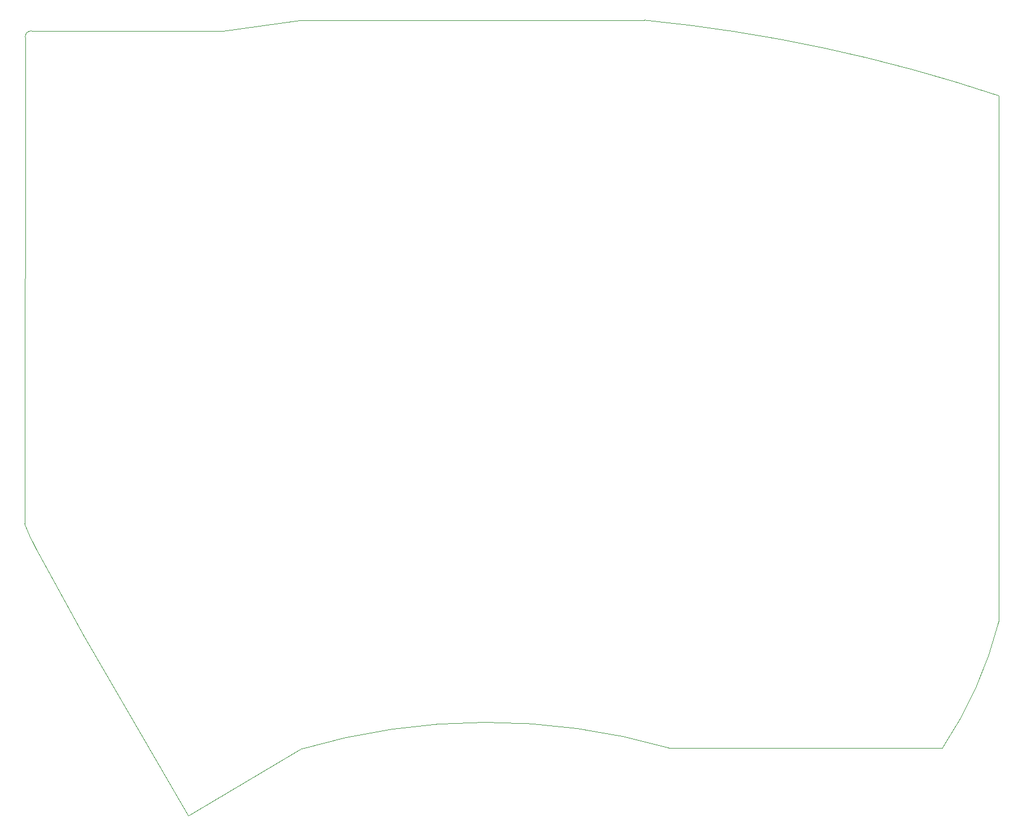
<source format=gbr>
%TF.GenerationSoftware,KiCad,Pcbnew,(5.1.8)-1*%
%TF.CreationDate,2021-02-13T18:19:39-08:00*%
%TF.ProjectId,Dualies_bottom,4475616c-6965-4735-9f62-6f74746f6d2e,rev?*%
%TF.SameCoordinates,Original*%
%TF.FileFunction,Profile,NP*%
%FSLAX46Y46*%
G04 Gerber Fmt 4.6, Leading zero omitted, Abs format (unit mm)*
G04 Created by KiCad (PCBNEW (5.1.8)-1) date 2021-02-13 18:19:39*
%MOMM*%
%LPD*%
G01*
G04 APERTURE LIST*
%TA.AperFunction,Profile*%
%ADD10C,0.050000*%
%TD*%
G04 APERTURE END LIST*
D10*
X207187500Y-32812500D02*
X207187500Y-109875000D01*
X60937500Y-24000000D02*
X60843751Y-97031249D01*
X61875000Y-23062500D02*
X90562500Y-23062500D01*
X60937500Y-24000000D02*
G75*
G02*
X61875000Y-23062500I937500J0D01*
G01*
X90562500Y-23062500D02*
X102187500Y-21468750D01*
X85406250Y-140906250D02*
X102289528Y-130903075D01*
X102289528Y-130903076D02*
G75*
G02*
X157593749Y-130687501I28022972J-95034424D01*
G01*
X69656250Y-113812500D02*
X62604095Y-100826158D01*
X62604095Y-100826158D02*
G75*
G02*
X60843751Y-97031249I25239655J14013658D01*
G01*
X85406250Y-140906250D02*
X69656250Y-113812500D01*
X198750000Y-130687500D02*
X157593749Y-130687501D01*
X207191441Y-111750994D02*
G75*
G02*
X198749999Y-130687499I-58691441J14813494D01*
G01*
X207187500Y-111562500D02*
X207187500Y-111750000D01*
X207187500Y-110812500D02*
X207187500Y-111562500D01*
X207187500Y-110531250D02*
X207187500Y-110812500D01*
X207187500Y-110156250D02*
X207187500Y-110531250D01*
X207187500Y-109875000D02*
X207187500Y-110156250D01*
X153946843Y-21467027D02*
X102187500Y-21468750D01*
X153946843Y-21467027D02*
G75*
G02*
X207187499Y-32812501I-23634343J-241501723D01*
G01*
M02*

</source>
